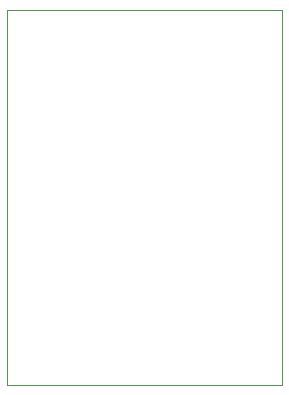
<source format=gbr>
G04 (created by PCBNEW (22-Jun-2014 BZR 4027)-stable) date Thu 28 Jun 2018 06:00:14 PM CST*
%MOIN*%
G04 Gerber Fmt 3.4, Leading zero omitted, Abs format*
%FSLAX34Y34*%
G01*
G70*
G90*
G04 APERTURE LIST*
%ADD10C,0.00590551*%
%ADD11C,0.00393701*%
G04 APERTURE END LIST*
G54D10*
G54D11*
X118750Y-93450D02*
X118750Y-105950D01*
X127900Y-93450D02*
X118750Y-93450D01*
X127900Y-105950D02*
X127900Y-93450D01*
X118750Y-105950D02*
X127900Y-105950D01*
M02*

</source>
